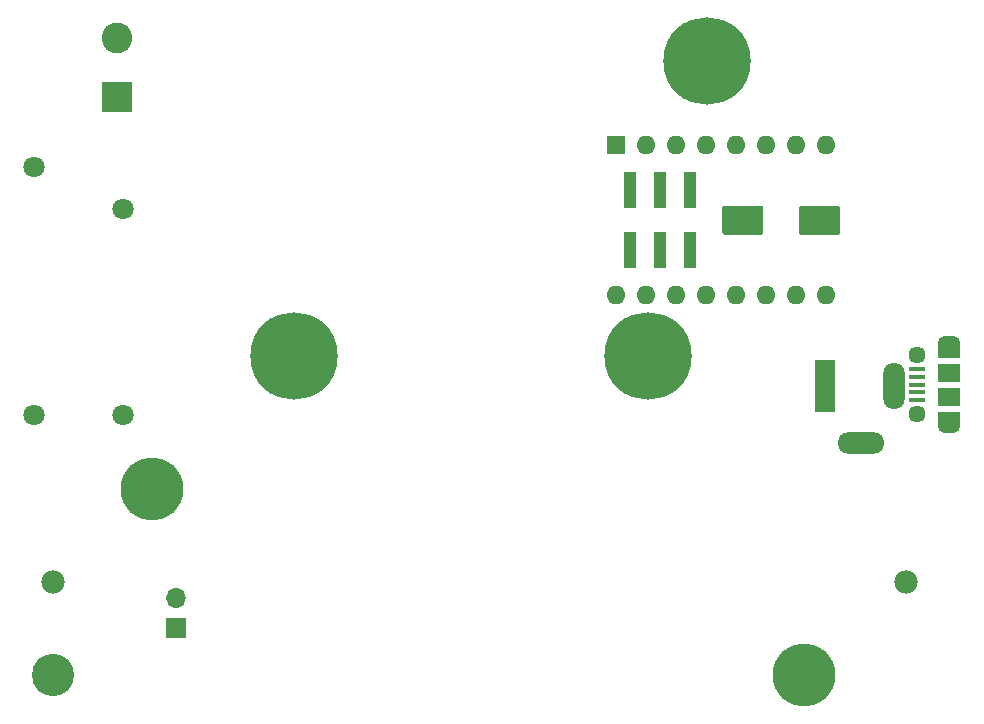
<source format=gbr>
%TF.GenerationSoftware,KiCad,Pcbnew,(5.1.9)-1*%
%TF.CreationDate,2021-05-06T00:14:11+03:00*%
%TF.ProjectId,hardware,68617264-7761-4726-952e-6b696361645f,rev?*%
%TF.SameCoordinates,Original*%
%TF.FileFunction,Soldermask,Bot*%
%TF.FilePolarity,Negative*%
%FSLAX46Y46*%
G04 Gerber Fmt 4.6, Leading zero omitted, Abs format (unit mm)*
G04 Created by KiCad (PCBNEW (5.1.9)-1) date 2021-05-06 00:14:11*
%MOMM*%
%LPD*%
G01*
G04 APERTURE LIST*
%ADD10O,1.700000X1.700000*%
%ADD11R,1.700000X1.700000*%
%ADD12C,5.325000*%
%ADD13C,3.585000*%
%ADD14C,1.980000*%
%ADD15C,7.400000*%
%ADD16R,1.000000X3.150000*%
%ADD17C,1.800000*%
%ADD18C,2.600000*%
%ADD19R,2.600000X2.600000*%
%ADD20R,1.800000X4.400000*%
%ADD21O,1.800000X4.000000*%
%ADD22O,4.000000X1.800000*%
%ADD23R,1.900000X1.200000*%
%ADD24O,1.900000X1.200000*%
%ADD25R,1.900000X1.500000*%
%ADD26C,1.450000*%
%ADD27R,1.350000X0.400000*%
%ADD28O,1.600000X1.600000*%
%ADD29R,1.600000X1.600000*%
G04 APERTURE END LIST*
D10*
%TO.C,BT1*%
X209000000Y-120460000D03*
D11*
X209000000Y-123000000D03*
%TD*%
D12*
%TO.C,BT2*%
X207000000Y-111260000D03*
D13*
X198640000Y-127000000D03*
D12*
X262200000Y-127000000D03*
D14*
X198640000Y-119130000D03*
X270840000Y-119130000D03*
%TD*%
D15*
%TO.C,H3*%
X254000000Y-75000000D03*
%TD*%
%TO.C,H2*%
X219000000Y-100000000D03*
%TD*%
%TO.C,H1*%
X249000000Y-100000000D03*
%TD*%
D16*
%TO.C,Microstep1*%
X247460000Y-85950000D03*
X247460000Y-91000000D03*
X250000000Y-85950000D03*
X250000000Y-91000000D03*
X252540000Y-85950000D03*
X252540000Y-91000000D03*
%TD*%
D17*
%TO.C,K1*%
X204500000Y-105000000D03*
X204500000Y-87500000D03*
X197000000Y-84000000D03*
X197000000Y-105000000D03*
%TD*%
D18*
%TO.C,J4*%
X204000000Y-73000000D03*
D19*
X204000000Y-78000000D03*
%TD*%
D20*
%TO.C,J3*%
X264000000Y-102500000D03*
D21*
X269800000Y-102500000D03*
D22*
X267000000Y-107300000D03*
%TD*%
D23*
%TO.C,J1*%
X274487500Y-99500000D03*
X274487500Y-105300000D03*
D24*
X274487500Y-105900000D03*
X274487500Y-98900000D03*
D25*
X274487500Y-101400000D03*
D26*
X271787500Y-104900000D03*
D27*
X271787500Y-102400000D03*
X271787500Y-103050000D03*
X271787500Y-103700000D03*
X271787500Y-101100000D03*
X271787500Y-101750000D03*
D26*
X271787500Y-99900000D03*
D25*
X274487500Y-103400000D03*
%TD*%
%TO.C,C7*%
G36*
G01*
X261750000Y-89475000D02*
X261750000Y-87475000D01*
G75*
G02*
X262000000Y-87225000I250000J0D01*
G01*
X265000000Y-87225000D01*
G75*
G02*
X265250000Y-87475000I0J-250000D01*
G01*
X265250000Y-89475000D01*
G75*
G02*
X265000000Y-89725000I-250000J0D01*
G01*
X262000000Y-89725000D01*
G75*
G02*
X261750000Y-89475000I0J250000D01*
G01*
G37*
G36*
G01*
X255250000Y-89475000D02*
X255250000Y-87475000D01*
G75*
G02*
X255500000Y-87225000I250000J0D01*
G01*
X258500000Y-87225000D01*
G75*
G02*
X258750000Y-87475000I0J-250000D01*
G01*
X258750000Y-89475000D01*
G75*
G02*
X258500000Y-89725000I-250000J0D01*
G01*
X255500000Y-89725000D01*
G75*
G02*
X255250000Y-89475000I0J250000D01*
G01*
G37*
%TD*%
D28*
%TO.C,A1*%
X246250000Y-94835000D03*
X264030000Y-82135000D03*
X248790000Y-94835000D03*
X261490000Y-82135000D03*
X251330000Y-94835000D03*
X258950000Y-82135000D03*
X253870000Y-94835000D03*
X256410000Y-82135000D03*
X256410000Y-94835000D03*
X253870000Y-82135000D03*
X258950000Y-94835000D03*
X251330000Y-82135000D03*
X261490000Y-94835000D03*
X248790000Y-82135000D03*
X264030000Y-94835000D03*
D29*
X246250000Y-82135000D03*
%TD*%
M02*

</source>
